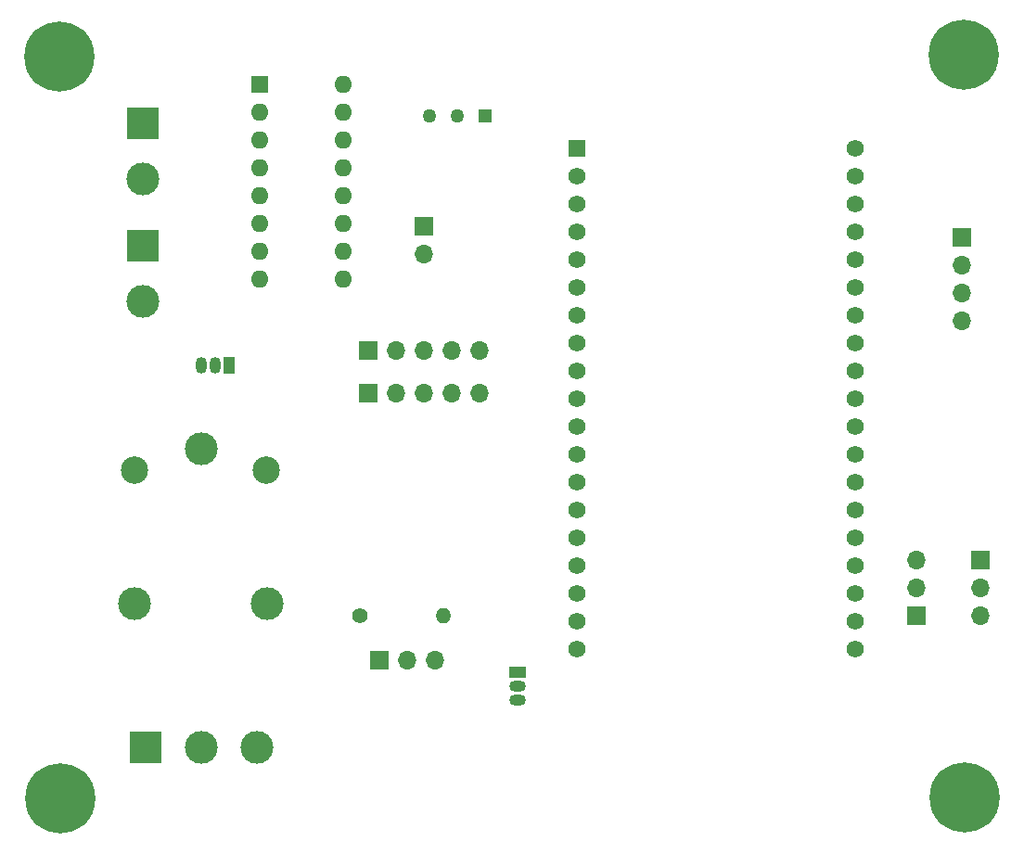
<source format=gbr>
%TF.GenerationSoftware,KiCad,Pcbnew,(6.0.4)*%
%TF.CreationDate,2023-05-30T10:31:34-05:00*%
%TF.ProjectId,Modulo de Practicas uPy,4d6f6475-6c6f-4206-9465-205072616374,rev?*%
%TF.SameCoordinates,Original*%
%TF.FileFunction,Soldermask,Bot*%
%TF.FilePolarity,Negative*%
%FSLAX46Y46*%
G04 Gerber Fmt 4.6, Leading zero omitted, Abs format (unit mm)*
G04 Created by KiCad (PCBNEW (6.0.4)) date 2023-05-30 10:31:34*
%MOMM*%
%LPD*%
G01*
G04 APERTURE LIST*
%ADD10R,1.700000X1.700000*%
%ADD11O,1.700000X1.700000*%
%ADD12R,3.000000X3.000000*%
%ADD13C,3.000000*%
%ADD14R,1.500000X1.050000*%
%ADD15O,1.500000X1.050000*%
%ADD16C,1.400000*%
%ADD17O,1.400000X1.400000*%
%ADD18R,1.600000X1.600000*%
%ADD19O,1.600000X1.600000*%
%ADD20R,1.050000X1.500000*%
%ADD21O,1.050000X1.500000*%
%ADD22C,0.800000*%
%ADD23C,6.400000*%
%ADD24R,1.560000X1.560000*%
%ADD25C,1.560000*%
%ADD26C,2.500000*%
%ADD27R,1.268000X1.268000*%
%ADD28C,1.268000*%
G04 APERTURE END LIST*
D10*
%TO.C,J8*%
X124460000Y-58420000D03*
D11*
X124460000Y-60960000D03*
%TD*%
D12*
%TO.C,J2*%
X98806000Y-49022000D03*
D13*
X98806000Y-54102000D03*
%TD*%
D14*
%TO.C,Q1*%
X132990000Y-99212400D03*
D15*
X132990000Y-100482400D03*
X132990000Y-101752400D03*
%TD*%
D10*
%TO.C,U2*%
X120411000Y-98044000D03*
D11*
X122951000Y-98044000D03*
X125491000Y-98044000D03*
%TD*%
D10*
%TO.C,IO18*%
X169418000Y-93990400D03*
D11*
X169418000Y-91450400D03*
X169418000Y-88910400D03*
%TD*%
D16*
%TO.C,R2*%
X118618000Y-93980000D03*
D17*
X126238000Y-93980000D03*
%TD*%
D18*
%TO.C,U3*%
X109484000Y-45481000D03*
D19*
X109484000Y-48021000D03*
X109484000Y-50561000D03*
X109484000Y-53101000D03*
X109484000Y-55641000D03*
X109484000Y-58181000D03*
X109484000Y-60721000D03*
X109484000Y-63261000D03*
X117104000Y-63261000D03*
X117104000Y-60721000D03*
X117104000Y-58181000D03*
X117104000Y-55641000D03*
X117104000Y-53101000D03*
X117104000Y-50561000D03*
X117104000Y-48021000D03*
X117104000Y-45481000D03*
%TD*%
D20*
%TO.C,Q2*%
X106680000Y-71120000D03*
D21*
X105410000Y-71120000D03*
X104140000Y-71120000D03*
%TD*%
D22*
%TO.C,REF\u002A\u002A*%
X89514344Y-41228944D03*
X89514344Y-44623056D03*
X93611400Y-42926000D03*
X92908456Y-41228944D03*
X91211400Y-45326000D03*
X91211400Y-40526000D03*
X92908456Y-44623056D03*
D23*
X91211400Y-42926000D03*
D22*
X88811400Y-42926000D03*
%TD*%
D24*
%TO.C,U1*%
X138430000Y-51360000D03*
D25*
X138430000Y-53900000D03*
X138430000Y-56440000D03*
X138430000Y-58980000D03*
X138430000Y-61520000D03*
X138430000Y-64060000D03*
X138430000Y-66600000D03*
X138430000Y-69140000D03*
X138430000Y-71680000D03*
X138430000Y-74220000D03*
X138430000Y-76760000D03*
X138430000Y-79300000D03*
X138430000Y-81840000D03*
X138430000Y-84380000D03*
X138430000Y-86920000D03*
X138430000Y-89460000D03*
X138430000Y-92000000D03*
X138430000Y-94540000D03*
X138430000Y-97080000D03*
X163830000Y-51360000D03*
X163830000Y-53900000D03*
X163830000Y-56440000D03*
X163830000Y-58980000D03*
X163830000Y-61520000D03*
X163830000Y-64060000D03*
X163830000Y-66600000D03*
X163830000Y-69140000D03*
X163830000Y-71680000D03*
X163830000Y-74220000D03*
X163830000Y-76760000D03*
X163830000Y-79300000D03*
X163830000Y-81840000D03*
X163830000Y-84380000D03*
X163830000Y-86920000D03*
X163830000Y-89460000D03*
X163830000Y-92000000D03*
X163830000Y-94540000D03*
X163830000Y-97080000D03*
%TD*%
D10*
%TO.C,J7*%
X173609000Y-59436000D03*
D11*
X173609000Y-61976000D03*
X173609000Y-64516000D03*
X173609000Y-67056000D03*
%TD*%
D12*
%TO.C,J3*%
X98806000Y-60198000D03*
D13*
X98806000Y-65278000D03*
%TD*%
D22*
%TO.C,REF\u002A\u002A*%
X89590544Y-112415656D03*
X93687600Y-110718600D03*
X89590544Y-109021544D03*
X92984656Y-109021544D03*
X92984656Y-112415656D03*
X88887600Y-110718600D03*
X91287600Y-113118600D03*
X91287600Y-108318600D03*
D23*
X91287600Y-110718600D03*
%TD*%
D22*
%TO.C,REF\u002A\u002A*%
X176186800Y-42799000D03*
X172089744Y-41101944D03*
D23*
X173786800Y-42799000D03*
D22*
X175483856Y-44496056D03*
X173786800Y-40399000D03*
X175483856Y-41101944D03*
X171386800Y-42799000D03*
X173786800Y-45199000D03*
X172089744Y-44496056D03*
%TD*%
D13*
%TO.C,K1*%
X104140000Y-78740000D03*
D26*
X98090000Y-80690000D03*
D13*
X98090000Y-92890000D03*
X110140000Y-92940000D03*
D26*
X110090000Y-80690000D03*
%TD*%
D22*
%TO.C,REF\u002A\u002A*%
X173863000Y-108191600D03*
X176263000Y-110591600D03*
X175560056Y-112288656D03*
X172165944Y-112288656D03*
D23*
X173863000Y-110591600D03*
D22*
X173863000Y-112991600D03*
X175560056Y-108894544D03*
X171463000Y-110591600D03*
X172165944Y-108894544D03*
%TD*%
D27*
%TO.C,RV1*%
X130048200Y-48422800D03*
D28*
X127508200Y-48422800D03*
X124968200Y-48422800D03*
%TD*%
D10*
%TO.C,J5*%
X119380000Y-69825000D03*
D11*
X121920000Y-69825000D03*
X124460000Y-69825000D03*
X127000000Y-69825000D03*
X129540000Y-69825000D03*
%TD*%
D12*
%TO.C,J1*%
X99060000Y-106045000D03*
D13*
X104140000Y-106045000D03*
X109220000Y-106045000D03*
%TD*%
D10*
%TO.C,J6*%
X175310800Y-88900000D03*
D11*
X175310800Y-91440000D03*
X175310800Y-93980000D03*
%TD*%
D10*
%TO.C,J4*%
X119380000Y-73660000D03*
D11*
X121920000Y-73660000D03*
X124460000Y-73660000D03*
X127000000Y-73660000D03*
X129540000Y-73660000D03*
%TD*%
M02*

</source>
